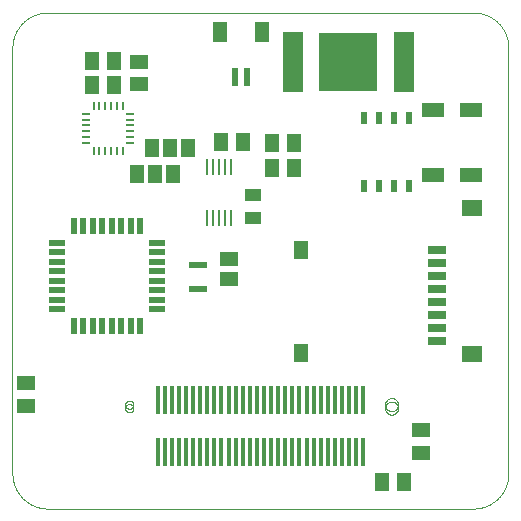
<source format=gtp>
G75*
%MOIN*%
%OFA0B0*%
%FSLAX25Y25*%
%IPPOS*%
%LPD*%
%AMOC8*
5,1,8,0,0,1.08239X$1,22.5*
%
%ADD10C,0.00000*%
%ADD11R,0.01378X0.09646*%
%ADD12R,0.05800X0.02000*%
%ADD13R,0.02000X0.05800*%
%ADD14R,0.05906X0.05118*%
%ADD15R,0.05512X0.04331*%
%ADD16R,0.05118X0.05906*%
%ADD17R,0.01142X0.02756*%
%ADD18R,0.02756X0.01142*%
%ADD19R,0.04600X0.06300*%
%ADD20R,0.01100X0.05500*%
%ADD21R,0.05118X0.06299*%
%ADD22R,0.06102X0.02362*%
%ADD23R,0.06693X0.05512*%
%ADD24R,0.05906X0.03150*%
%ADD25R,0.04528X0.05906*%
%ADD26R,0.04724X0.07087*%
%ADD27R,0.02362X0.05906*%
%ADD28R,0.02008X0.03898*%
%ADD29R,0.07480X0.05118*%
%ADD30R,0.07008X0.20000*%
%ADD31R,0.19685X0.19685*%
D10*
X0014499Y0018636D02*
X0156231Y0018636D01*
X0156516Y0018639D01*
X0156802Y0018650D01*
X0157087Y0018667D01*
X0157371Y0018691D01*
X0157655Y0018722D01*
X0157938Y0018760D01*
X0158219Y0018805D01*
X0158500Y0018856D01*
X0158780Y0018914D01*
X0159058Y0018979D01*
X0159334Y0019051D01*
X0159608Y0019129D01*
X0159881Y0019214D01*
X0160151Y0019306D01*
X0160419Y0019404D01*
X0160685Y0019508D01*
X0160948Y0019619D01*
X0161208Y0019736D01*
X0161466Y0019859D01*
X0161720Y0019989D01*
X0161971Y0020125D01*
X0162219Y0020266D01*
X0162463Y0020414D01*
X0162704Y0020567D01*
X0162940Y0020727D01*
X0163173Y0020892D01*
X0163402Y0021062D01*
X0163627Y0021238D01*
X0163847Y0021420D01*
X0164063Y0021606D01*
X0164274Y0021798D01*
X0164481Y0021995D01*
X0164683Y0022197D01*
X0164880Y0022404D01*
X0165072Y0022615D01*
X0165258Y0022831D01*
X0165440Y0023051D01*
X0165616Y0023276D01*
X0165786Y0023505D01*
X0165951Y0023738D01*
X0166111Y0023974D01*
X0166264Y0024215D01*
X0166412Y0024459D01*
X0166553Y0024707D01*
X0166689Y0024958D01*
X0166819Y0025212D01*
X0166942Y0025470D01*
X0167059Y0025730D01*
X0167170Y0025993D01*
X0167274Y0026259D01*
X0167372Y0026527D01*
X0167464Y0026797D01*
X0167549Y0027070D01*
X0167627Y0027344D01*
X0167699Y0027620D01*
X0167764Y0027898D01*
X0167822Y0028178D01*
X0167873Y0028459D01*
X0167918Y0028740D01*
X0167956Y0029023D01*
X0167987Y0029307D01*
X0168011Y0029591D01*
X0168028Y0029876D01*
X0168039Y0030162D01*
X0168042Y0030447D01*
X0168042Y0172179D01*
X0168039Y0172464D01*
X0168028Y0172750D01*
X0168011Y0173035D01*
X0167987Y0173319D01*
X0167956Y0173603D01*
X0167918Y0173886D01*
X0167873Y0174167D01*
X0167822Y0174448D01*
X0167764Y0174728D01*
X0167699Y0175006D01*
X0167627Y0175282D01*
X0167549Y0175556D01*
X0167464Y0175829D01*
X0167372Y0176099D01*
X0167274Y0176367D01*
X0167170Y0176633D01*
X0167059Y0176896D01*
X0166942Y0177156D01*
X0166819Y0177414D01*
X0166689Y0177668D01*
X0166553Y0177919D01*
X0166412Y0178167D01*
X0166264Y0178411D01*
X0166111Y0178652D01*
X0165951Y0178888D01*
X0165786Y0179121D01*
X0165616Y0179350D01*
X0165440Y0179575D01*
X0165258Y0179795D01*
X0165072Y0180011D01*
X0164880Y0180222D01*
X0164683Y0180429D01*
X0164481Y0180631D01*
X0164274Y0180828D01*
X0164063Y0181020D01*
X0163847Y0181206D01*
X0163627Y0181388D01*
X0163402Y0181564D01*
X0163173Y0181734D01*
X0162940Y0181899D01*
X0162704Y0182059D01*
X0162463Y0182212D01*
X0162219Y0182360D01*
X0161971Y0182501D01*
X0161720Y0182637D01*
X0161466Y0182767D01*
X0161208Y0182890D01*
X0160948Y0183007D01*
X0160685Y0183118D01*
X0160419Y0183222D01*
X0160151Y0183320D01*
X0159881Y0183412D01*
X0159608Y0183497D01*
X0159334Y0183575D01*
X0159058Y0183647D01*
X0158780Y0183712D01*
X0158500Y0183770D01*
X0158219Y0183821D01*
X0157938Y0183866D01*
X0157655Y0183904D01*
X0157371Y0183935D01*
X0157087Y0183959D01*
X0156802Y0183976D01*
X0156516Y0183987D01*
X0156231Y0183990D01*
X0014499Y0183990D01*
X0014214Y0183987D01*
X0013928Y0183976D01*
X0013643Y0183959D01*
X0013359Y0183935D01*
X0013075Y0183904D01*
X0012792Y0183866D01*
X0012511Y0183821D01*
X0012230Y0183770D01*
X0011950Y0183712D01*
X0011672Y0183647D01*
X0011396Y0183575D01*
X0011122Y0183497D01*
X0010849Y0183412D01*
X0010579Y0183320D01*
X0010311Y0183222D01*
X0010045Y0183118D01*
X0009782Y0183007D01*
X0009522Y0182890D01*
X0009264Y0182767D01*
X0009010Y0182637D01*
X0008759Y0182501D01*
X0008511Y0182360D01*
X0008267Y0182212D01*
X0008026Y0182059D01*
X0007790Y0181899D01*
X0007557Y0181734D01*
X0007328Y0181564D01*
X0007103Y0181388D01*
X0006883Y0181206D01*
X0006667Y0181020D01*
X0006456Y0180828D01*
X0006249Y0180631D01*
X0006047Y0180429D01*
X0005850Y0180222D01*
X0005658Y0180011D01*
X0005472Y0179795D01*
X0005290Y0179575D01*
X0005114Y0179350D01*
X0004944Y0179121D01*
X0004779Y0178888D01*
X0004619Y0178652D01*
X0004466Y0178411D01*
X0004318Y0178167D01*
X0004177Y0177919D01*
X0004041Y0177668D01*
X0003911Y0177414D01*
X0003788Y0177156D01*
X0003671Y0176896D01*
X0003560Y0176633D01*
X0003456Y0176367D01*
X0003358Y0176099D01*
X0003266Y0175829D01*
X0003181Y0175556D01*
X0003103Y0175282D01*
X0003031Y0175006D01*
X0002966Y0174728D01*
X0002908Y0174448D01*
X0002857Y0174167D01*
X0002812Y0173886D01*
X0002774Y0173603D01*
X0002743Y0173319D01*
X0002719Y0173035D01*
X0002702Y0172750D01*
X0002691Y0172464D01*
X0002688Y0172179D01*
X0002688Y0030447D01*
X0002691Y0030162D01*
X0002702Y0029876D01*
X0002719Y0029591D01*
X0002743Y0029307D01*
X0002774Y0029023D01*
X0002812Y0028740D01*
X0002857Y0028459D01*
X0002908Y0028178D01*
X0002966Y0027898D01*
X0003031Y0027620D01*
X0003103Y0027344D01*
X0003181Y0027070D01*
X0003266Y0026797D01*
X0003358Y0026527D01*
X0003456Y0026259D01*
X0003560Y0025993D01*
X0003671Y0025730D01*
X0003788Y0025470D01*
X0003911Y0025212D01*
X0004041Y0024958D01*
X0004177Y0024707D01*
X0004318Y0024459D01*
X0004466Y0024215D01*
X0004619Y0023974D01*
X0004779Y0023738D01*
X0004944Y0023505D01*
X0005114Y0023276D01*
X0005290Y0023051D01*
X0005472Y0022831D01*
X0005658Y0022615D01*
X0005850Y0022404D01*
X0006047Y0022197D01*
X0006249Y0021995D01*
X0006456Y0021798D01*
X0006667Y0021606D01*
X0006883Y0021420D01*
X0007103Y0021238D01*
X0007328Y0021062D01*
X0007557Y0020892D01*
X0007790Y0020727D01*
X0008026Y0020567D01*
X0008267Y0020414D01*
X0008511Y0020266D01*
X0008759Y0020125D01*
X0009010Y0019989D01*
X0009264Y0019859D01*
X0009522Y0019736D01*
X0009782Y0019619D01*
X0010045Y0019508D01*
X0010311Y0019404D01*
X0010579Y0019306D01*
X0010849Y0019214D01*
X0011122Y0019129D01*
X0011396Y0019051D01*
X0011672Y0018979D01*
X0011950Y0018914D01*
X0012230Y0018856D01*
X0012511Y0018805D01*
X0012792Y0018760D01*
X0013075Y0018722D01*
X0013359Y0018691D01*
X0013643Y0018667D01*
X0013928Y0018650D01*
X0014214Y0018639D01*
X0014499Y0018636D01*
X0040286Y0052100D02*
X0040288Y0052174D01*
X0040294Y0052248D01*
X0040304Y0052321D01*
X0040318Y0052394D01*
X0040335Y0052466D01*
X0040357Y0052536D01*
X0040382Y0052606D01*
X0040411Y0052674D01*
X0040444Y0052740D01*
X0040480Y0052805D01*
X0040520Y0052867D01*
X0040562Y0052928D01*
X0040608Y0052986D01*
X0040657Y0053041D01*
X0040709Y0053094D01*
X0040764Y0053144D01*
X0040821Y0053190D01*
X0040881Y0053234D01*
X0040943Y0053274D01*
X0041007Y0053311D01*
X0041073Y0053345D01*
X0041141Y0053375D01*
X0041210Y0053401D01*
X0041281Y0053424D01*
X0041352Y0053442D01*
X0041425Y0053457D01*
X0041498Y0053468D01*
X0041572Y0053475D01*
X0041646Y0053478D01*
X0041719Y0053477D01*
X0041793Y0053472D01*
X0041867Y0053463D01*
X0041940Y0053450D01*
X0042012Y0053433D01*
X0042083Y0053413D01*
X0042153Y0053388D01*
X0042221Y0053360D01*
X0042288Y0053329D01*
X0042353Y0053293D01*
X0042416Y0053255D01*
X0042477Y0053213D01*
X0042536Y0053167D01*
X0042592Y0053119D01*
X0042645Y0053068D01*
X0042695Y0053014D01*
X0042743Y0052957D01*
X0042787Y0052898D01*
X0042829Y0052836D01*
X0042867Y0052773D01*
X0042901Y0052707D01*
X0042932Y0052640D01*
X0042959Y0052571D01*
X0042982Y0052501D01*
X0043002Y0052430D01*
X0043018Y0052357D01*
X0043030Y0052284D01*
X0043038Y0052211D01*
X0043042Y0052137D01*
X0043042Y0052063D01*
X0043038Y0051989D01*
X0043030Y0051916D01*
X0043018Y0051843D01*
X0043002Y0051770D01*
X0042982Y0051699D01*
X0042959Y0051629D01*
X0042932Y0051560D01*
X0042901Y0051493D01*
X0042867Y0051427D01*
X0042829Y0051364D01*
X0042787Y0051302D01*
X0042743Y0051243D01*
X0042695Y0051186D01*
X0042645Y0051132D01*
X0042592Y0051081D01*
X0042536Y0051033D01*
X0042477Y0050987D01*
X0042416Y0050945D01*
X0042353Y0050907D01*
X0042288Y0050871D01*
X0042221Y0050840D01*
X0042153Y0050812D01*
X0042083Y0050787D01*
X0042012Y0050767D01*
X0041940Y0050750D01*
X0041867Y0050737D01*
X0041793Y0050728D01*
X0041719Y0050723D01*
X0041646Y0050722D01*
X0041572Y0050725D01*
X0041498Y0050732D01*
X0041425Y0050743D01*
X0041352Y0050758D01*
X0041281Y0050776D01*
X0041210Y0050799D01*
X0041141Y0050825D01*
X0041073Y0050855D01*
X0041007Y0050889D01*
X0040943Y0050926D01*
X0040881Y0050966D01*
X0040821Y0051010D01*
X0040764Y0051056D01*
X0040709Y0051106D01*
X0040657Y0051159D01*
X0040608Y0051214D01*
X0040562Y0051272D01*
X0040520Y0051333D01*
X0040480Y0051395D01*
X0040444Y0051460D01*
X0040411Y0051526D01*
X0040382Y0051594D01*
X0040357Y0051664D01*
X0040335Y0051734D01*
X0040318Y0051806D01*
X0040304Y0051879D01*
X0040294Y0051952D01*
X0040288Y0052026D01*
X0040286Y0052100D01*
X0040286Y0053281D02*
X0040288Y0053355D01*
X0040294Y0053429D01*
X0040304Y0053502D01*
X0040318Y0053575D01*
X0040335Y0053647D01*
X0040357Y0053717D01*
X0040382Y0053787D01*
X0040411Y0053855D01*
X0040444Y0053921D01*
X0040480Y0053986D01*
X0040520Y0054048D01*
X0040562Y0054109D01*
X0040608Y0054167D01*
X0040657Y0054222D01*
X0040709Y0054275D01*
X0040764Y0054325D01*
X0040821Y0054371D01*
X0040881Y0054415D01*
X0040943Y0054455D01*
X0041007Y0054492D01*
X0041073Y0054526D01*
X0041141Y0054556D01*
X0041210Y0054582D01*
X0041281Y0054605D01*
X0041352Y0054623D01*
X0041425Y0054638D01*
X0041498Y0054649D01*
X0041572Y0054656D01*
X0041646Y0054659D01*
X0041719Y0054658D01*
X0041793Y0054653D01*
X0041867Y0054644D01*
X0041940Y0054631D01*
X0042012Y0054614D01*
X0042083Y0054594D01*
X0042153Y0054569D01*
X0042221Y0054541D01*
X0042288Y0054510D01*
X0042353Y0054474D01*
X0042416Y0054436D01*
X0042477Y0054394D01*
X0042536Y0054348D01*
X0042592Y0054300D01*
X0042645Y0054249D01*
X0042695Y0054195D01*
X0042743Y0054138D01*
X0042787Y0054079D01*
X0042829Y0054017D01*
X0042867Y0053954D01*
X0042901Y0053888D01*
X0042932Y0053821D01*
X0042959Y0053752D01*
X0042982Y0053682D01*
X0043002Y0053611D01*
X0043018Y0053538D01*
X0043030Y0053465D01*
X0043038Y0053392D01*
X0043042Y0053318D01*
X0043042Y0053244D01*
X0043038Y0053170D01*
X0043030Y0053097D01*
X0043018Y0053024D01*
X0043002Y0052951D01*
X0042982Y0052880D01*
X0042959Y0052810D01*
X0042932Y0052741D01*
X0042901Y0052674D01*
X0042867Y0052608D01*
X0042829Y0052545D01*
X0042787Y0052483D01*
X0042743Y0052424D01*
X0042695Y0052367D01*
X0042645Y0052313D01*
X0042592Y0052262D01*
X0042536Y0052214D01*
X0042477Y0052168D01*
X0042416Y0052126D01*
X0042353Y0052088D01*
X0042288Y0052052D01*
X0042221Y0052021D01*
X0042153Y0051993D01*
X0042083Y0051968D01*
X0042012Y0051948D01*
X0041940Y0051931D01*
X0041867Y0051918D01*
X0041793Y0051909D01*
X0041719Y0051904D01*
X0041646Y0051903D01*
X0041572Y0051906D01*
X0041498Y0051913D01*
X0041425Y0051924D01*
X0041352Y0051939D01*
X0041281Y0051957D01*
X0041210Y0051980D01*
X0041141Y0052006D01*
X0041073Y0052036D01*
X0041007Y0052070D01*
X0040943Y0052107D01*
X0040881Y0052147D01*
X0040821Y0052191D01*
X0040764Y0052237D01*
X0040709Y0052287D01*
X0040657Y0052340D01*
X0040608Y0052395D01*
X0040562Y0052453D01*
X0040520Y0052514D01*
X0040480Y0052576D01*
X0040444Y0052641D01*
X0040411Y0052707D01*
X0040382Y0052775D01*
X0040357Y0052845D01*
X0040335Y0052915D01*
X0040318Y0052987D01*
X0040304Y0053060D01*
X0040294Y0053133D01*
X0040288Y0053207D01*
X0040286Y0053281D01*
X0126901Y0053281D02*
X0126903Y0053374D01*
X0126909Y0053466D01*
X0126919Y0053558D01*
X0126933Y0053649D01*
X0126950Y0053740D01*
X0126972Y0053830D01*
X0126997Y0053919D01*
X0127026Y0054007D01*
X0127059Y0054093D01*
X0127096Y0054178D01*
X0127136Y0054262D01*
X0127180Y0054343D01*
X0127227Y0054423D01*
X0127277Y0054501D01*
X0127331Y0054576D01*
X0127388Y0054649D01*
X0127448Y0054719D01*
X0127511Y0054787D01*
X0127577Y0054852D01*
X0127645Y0054914D01*
X0127716Y0054974D01*
X0127790Y0055030D01*
X0127866Y0055083D01*
X0127944Y0055132D01*
X0128024Y0055179D01*
X0128106Y0055221D01*
X0128190Y0055261D01*
X0128275Y0055296D01*
X0128362Y0055328D01*
X0128450Y0055357D01*
X0128539Y0055381D01*
X0128629Y0055402D01*
X0128720Y0055418D01*
X0128812Y0055431D01*
X0128904Y0055440D01*
X0128997Y0055445D01*
X0129089Y0055446D01*
X0129182Y0055443D01*
X0129274Y0055436D01*
X0129366Y0055425D01*
X0129457Y0055410D01*
X0129548Y0055392D01*
X0129638Y0055369D01*
X0129726Y0055343D01*
X0129814Y0055313D01*
X0129900Y0055279D01*
X0129984Y0055242D01*
X0130067Y0055200D01*
X0130148Y0055156D01*
X0130228Y0055108D01*
X0130305Y0055057D01*
X0130379Y0055002D01*
X0130452Y0054944D01*
X0130522Y0054884D01*
X0130589Y0054820D01*
X0130653Y0054754D01*
X0130715Y0054684D01*
X0130773Y0054613D01*
X0130828Y0054539D01*
X0130880Y0054462D01*
X0130929Y0054383D01*
X0130975Y0054303D01*
X0131017Y0054220D01*
X0131055Y0054136D01*
X0131090Y0054050D01*
X0131121Y0053963D01*
X0131148Y0053875D01*
X0131171Y0053785D01*
X0131191Y0053695D01*
X0131207Y0053604D01*
X0131219Y0053512D01*
X0131227Y0053420D01*
X0131231Y0053327D01*
X0131231Y0053235D01*
X0131227Y0053142D01*
X0131219Y0053050D01*
X0131207Y0052958D01*
X0131191Y0052867D01*
X0131171Y0052777D01*
X0131148Y0052687D01*
X0131121Y0052599D01*
X0131090Y0052512D01*
X0131055Y0052426D01*
X0131017Y0052342D01*
X0130975Y0052259D01*
X0130929Y0052179D01*
X0130880Y0052100D01*
X0130828Y0052023D01*
X0130773Y0051949D01*
X0130715Y0051878D01*
X0130653Y0051808D01*
X0130589Y0051742D01*
X0130522Y0051678D01*
X0130452Y0051618D01*
X0130379Y0051560D01*
X0130305Y0051505D01*
X0130228Y0051454D01*
X0130149Y0051406D01*
X0130067Y0051362D01*
X0129984Y0051320D01*
X0129900Y0051283D01*
X0129814Y0051249D01*
X0129726Y0051219D01*
X0129638Y0051193D01*
X0129548Y0051170D01*
X0129457Y0051152D01*
X0129366Y0051137D01*
X0129274Y0051126D01*
X0129182Y0051119D01*
X0129089Y0051116D01*
X0128997Y0051117D01*
X0128904Y0051122D01*
X0128812Y0051131D01*
X0128720Y0051144D01*
X0128629Y0051160D01*
X0128539Y0051181D01*
X0128450Y0051205D01*
X0128362Y0051234D01*
X0128275Y0051266D01*
X0128190Y0051301D01*
X0128106Y0051341D01*
X0128024Y0051383D01*
X0127944Y0051430D01*
X0127866Y0051479D01*
X0127790Y0051532D01*
X0127716Y0051588D01*
X0127645Y0051648D01*
X0127577Y0051710D01*
X0127511Y0051775D01*
X0127448Y0051843D01*
X0127388Y0051913D01*
X0127331Y0051986D01*
X0127277Y0052061D01*
X0127227Y0052139D01*
X0127180Y0052219D01*
X0127136Y0052300D01*
X0127096Y0052384D01*
X0127059Y0052469D01*
X0127026Y0052555D01*
X0126997Y0052643D01*
X0126972Y0052732D01*
X0126950Y0052822D01*
X0126933Y0052913D01*
X0126919Y0053004D01*
X0126909Y0053096D01*
X0126903Y0053188D01*
X0126901Y0053281D01*
X0126901Y0052100D02*
X0126903Y0052193D01*
X0126909Y0052285D01*
X0126919Y0052377D01*
X0126933Y0052468D01*
X0126950Y0052559D01*
X0126972Y0052649D01*
X0126997Y0052738D01*
X0127026Y0052826D01*
X0127059Y0052912D01*
X0127096Y0052997D01*
X0127136Y0053081D01*
X0127180Y0053162D01*
X0127227Y0053242D01*
X0127277Y0053320D01*
X0127331Y0053395D01*
X0127388Y0053468D01*
X0127448Y0053538D01*
X0127511Y0053606D01*
X0127577Y0053671D01*
X0127645Y0053733D01*
X0127716Y0053793D01*
X0127790Y0053849D01*
X0127866Y0053902D01*
X0127944Y0053951D01*
X0128024Y0053998D01*
X0128106Y0054040D01*
X0128190Y0054080D01*
X0128275Y0054115D01*
X0128362Y0054147D01*
X0128450Y0054176D01*
X0128539Y0054200D01*
X0128629Y0054221D01*
X0128720Y0054237D01*
X0128812Y0054250D01*
X0128904Y0054259D01*
X0128997Y0054264D01*
X0129089Y0054265D01*
X0129182Y0054262D01*
X0129274Y0054255D01*
X0129366Y0054244D01*
X0129457Y0054229D01*
X0129548Y0054211D01*
X0129638Y0054188D01*
X0129726Y0054162D01*
X0129814Y0054132D01*
X0129900Y0054098D01*
X0129984Y0054061D01*
X0130067Y0054019D01*
X0130148Y0053975D01*
X0130228Y0053927D01*
X0130305Y0053876D01*
X0130379Y0053821D01*
X0130452Y0053763D01*
X0130522Y0053703D01*
X0130589Y0053639D01*
X0130653Y0053573D01*
X0130715Y0053503D01*
X0130773Y0053432D01*
X0130828Y0053358D01*
X0130880Y0053281D01*
X0130929Y0053202D01*
X0130975Y0053122D01*
X0131017Y0053039D01*
X0131055Y0052955D01*
X0131090Y0052869D01*
X0131121Y0052782D01*
X0131148Y0052694D01*
X0131171Y0052604D01*
X0131191Y0052514D01*
X0131207Y0052423D01*
X0131219Y0052331D01*
X0131227Y0052239D01*
X0131231Y0052146D01*
X0131231Y0052054D01*
X0131227Y0051961D01*
X0131219Y0051869D01*
X0131207Y0051777D01*
X0131191Y0051686D01*
X0131171Y0051596D01*
X0131148Y0051506D01*
X0131121Y0051418D01*
X0131090Y0051331D01*
X0131055Y0051245D01*
X0131017Y0051161D01*
X0130975Y0051078D01*
X0130929Y0050998D01*
X0130880Y0050919D01*
X0130828Y0050842D01*
X0130773Y0050768D01*
X0130715Y0050697D01*
X0130653Y0050627D01*
X0130589Y0050561D01*
X0130522Y0050497D01*
X0130452Y0050437D01*
X0130379Y0050379D01*
X0130305Y0050324D01*
X0130228Y0050273D01*
X0130149Y0050225D01*
X0130067Y0050181D01*
X0129984Y0050139D01*
X0129900Y0050102D01*
X0129814Y0050068D01*
X0129726Y0050038D01*
X0129638Y0050012D01*
X0129548Y0049989D01*
X0129457Y0049971D01*
X0129366Y0049956D01*
X0129274Y0049945D01*
X0129182Y0049938D01*
X0129089Y0049935D01*
X0128997Y0049936D01*
X0128904Y0049941D01*
X0128812Y0049950D01*
X0128720Y0049963D01*
X0128629Y0049979D01*
X0128539Y0050000D01*
X0128450Y0050024D01*
X0128362Y0050053D01*
X0128275Y0050085D01*
X0128190Y0050120D01*
X0128106Y0050160D01*
X0128024Y0050202D01*
X0127944Y0050249D01*
X0127866Y0050298D01*
X0127790Y0050351D01*
X0127716Y0050407D01*
X0127645Y0050467D01*
X0127577Y0050529D01*
X0127511Y0050594D01*
X0127448Y0050662D01*
X0127388Y0050732D01*
X0127331Y0050805D01*
X0127277Y0050880D01*
X0127227Y0050958D01*
X0127180Y0051038D01*
X0127136Y0051119D01*
X0127096Y0051203D01*
X0127059Y0051288D01*
X0127026Y0051374D01*
X0126997Y0051462D01*
X0126972Y0051551D01*
X0126950Y0051641D01*
X0126933Y0051732D01*
X0126919Y0051823D01*
X0126909Y0051915D01*
X0126903Y0052007D01*
X0126901Y0052100D01*
D11*
X0119617Y0054955D03*
X0117255Y0054955D03*
X0114893Y0054955D03*
X0112530Y0054955D03*
X0110168Y0054955D03*
X0107806Y0054955D03*
X0105444Y0054955D03*
X0103081Y0054955D03*
X0100719Y0054955D03*
X0098357Y0054955D03*
X0095995Y0054955D03*
X0093633Y0054955D03*
X0091270Y0054955D03*
X0088908Y0054955D03*
X0086546Y0054955D03*
X0084184Y0054955D03*
X0081822Y0054955D03*
X0079459Y0054955D03*
X0077097Y0054955D03*
X0074735Y0054955D03*
X0072373Y0054955D03*
X0070011Y0054955D03*
X0067648Y0054955D03*
X0065286Y0054955D03*
X0062924Y0054955D03*
X0060562Y0054955D03*
X0058200Y0054955D03*
X0055837Y0054955D03*
X0053475Y0054955D03*
X0051113Y0054955D03*
X0051113Y0037435D03*
X0053475Y0037435D03*
X0055837Y0037435D03*
X0058200Y0037435D03*
X0060562Y0037435D03*
X0062924Y0037435D03*
X0065286Y0037435D03*
X0067648Y0037435D03*
X0070011Y0037435D03*
X0072373Y0037435D03*
X0074735Y0037435D03*
X0077097Y0037435D03*
X0079459Y0037435D03*
X0081822Y0037435D03*
X0084184Y0037435D03*
X0086546Y0037435D03*
X0088908Y0037435D03*
X0091270Y0037435D03*
X0093633Y0037435D03*
X0095995Y0037435D03*
X0098357Y0037435D03*
X0100719Y0037435D03*
X0103081Y0037435D03*
X0105444Y0037435D03*
X0107806Y0037435D03*
X0110168Y0037435D03*
X0112530Y0037435D03*
X0114893Y0037435D03*
X0117255Y0037435D03*
X0119617Y0037435D03*
D12*
X0050884Y0085195D03*
X0050884Y0088295D03*
X0050884Y0091495D03*
X0050884Y0094595D03*
X0050884Y0097795D03*
X0050884Y0100895D03*
X0050884Y0104095D03*
X0050884Y0107195D03*
X0017484Y0107195D03*
X0017484Y0104095D03*
X0017484Y0100895D03*
X0017484Y0097795D03*
X0017484Y0094595D03*
X0017484Y0091495D03*
X0017484Y0088295D03*
X0017484Y0085195D03*
D13*
X0023184Y0079495D03*
X0026284Y0079495D03*
X0029484Y0079495D03*
X0032584Y0079495D03*
X0035784Y0079495D03*
X0038884Y0079495D03*
X0042084Y0079495D03*
X0045184Y0079495D03*
X0045184Y0112895D03*
X0042084Y0112895D03*
X0038884Y0112895D03*
X0035784Y0112895D03*
X0032584Y0112895D03*
X0029484Y0112895D03*
X0026284Y0112895D03*
X0023184Y0112895D03*
D14*
X0044814Y0160052D03*
X0044814Y0167533D03*
X0074735Y0101904D03*
X0074735Y0095211D03*
X0138908Y0044785D03*
X0138908Y0037304D03*
X0007137Y0052888D03*
X0007137Y0060368D03*
D15*
X0082854Y0115416D03*
X0082854Y0123290D03*
D16*
X0089202Y0132294D03*
X0096682Y0132294D03*
X0036546Y0159974D03*
X0029066Y0159974D03*
X0029066Y0167951D03*
X0036546Y0167951D03*
X0125752Y0027494D03*
X0133232Y0027494D03*
D17*
X0039570Y0137978D03*
X0037602Y0137978D03*
X0035633Y0137978D03*
X0033665Y0137978D03*
X0031696Y0137978D03*
X0029728Y0137978D03*
X0029728Y0152742D03*
X0031696Y0152742D03*
X0033665Y0152742D03*
X0035633Y0152742D03*
X0037602Y0152742D03*
X0039570Y0152742D03*
D18*
X0042031Y0150281D03*
X0042031Y0148313D03*
X0042031Y0146344D03*
X0042031Y0144376D03*
X0042031Y0142407D03*
X0042031Y0140439D03*
X0027267Y0140439D03*
X0027267Y0142407D03*
X0027267Y0144376D03*
X0027267Y0146344D03*
X0027267Y0148313D03*
X0027267Y0150281D03*
D19*
X0044111Y0130176D03*
X0050111Y0130176D03*
X0056111Y0130176D03*
X0055307Y0138870D03*
X0049307Y0138870D03*
X0061307Y0138870D03*
D20*
X0067667Y0132659D03*
X0069567Y0132659D03*
X0071567Y0132659D03*
X0073567Y0132659D03*
X0075467Y0132659D03*
X0075467Y0115459D03*
X0073567Y0115459D03*
X0071567Y0115459D03*
X0069567Y0115459D03*
X0067667Y0115459D03*
D21*
X0072088Y0140704D03*
X0079568Y0140704D03*
X0089233Y0140645D03*
X0096714Y0140645D03*
D22*
X0064450Y0099885D03*
X0064450Y0091696D03*
D23*
X0155757Y0070312D03*
X0155757Y0118737D03*
D24*
X0144340Y0104761D03*
X0144340Y0100430D03*
X0144340Y0096100D03*
X0144340Y0091769D03*
X0144340Y0087438D03*
X0144340Y0083107D03*
X0144340Y0078777D03*
X0144340Y0074446D03*
D25*
X0098789Y0070509D03*
X0098789Y0104761D03*
D26*
X0085956Y0177494D03*
X0071782Y0177494D03*
D27*
X0076900Y0162337D03*
X0080837Y0162337D03*
D28*
X0119971Y0148911D03*
X0124971Y0148911D03*
X0129971Y0148911D03*
X0134971Y0148911D03*
X0134971Y0126313D03*
X0129971Y0126313D03*
X0124971Y0126313D03*
X0119971Y0126313D03*
D29*
X0143042Y0129856D03*
X0155641Y0129856D03*
X0155641Y0151510D03*
X0143042Y0151510D03*
D30*
X0133200Y0167455D03*
X0096192Y0167455D03*
D31*
X0114696Y0167455D03*
M02*

</source>
